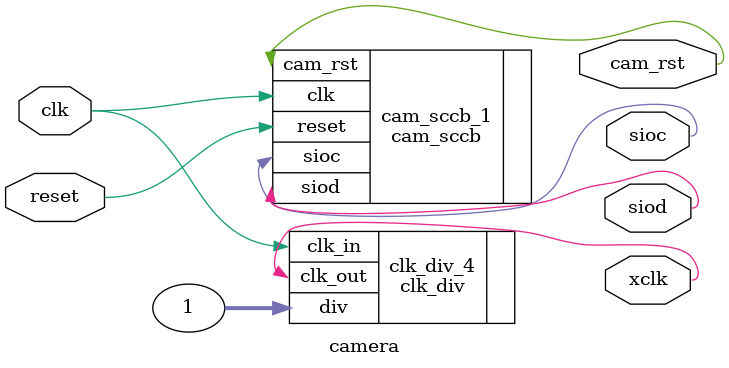
<source format=v>
`timescale 1ns / 1ps


module camera(
    input wire clk,
    input wire reset,
    output wire cam_rst,
    output wire sioc,
    output wire siod,
    output wire xclk

    );
    /*
   clk_div_3 clk_div_4(.clk_in(clk),
                     .clk_out(xclk),
                     .reset(reset));*/
       clk_div clk_div_4(
                         .clk_in(clk),
                         .clk_out(xclk),
                         .div(1)
                     );
    cam_sccb cam_sccb_1(
        .clk(clk),
        .reset(reset),
        .cam_rst(cam_rst),
        .sioc(sioc),
        .siod(siod)
    );
    
endmodule

</source>
